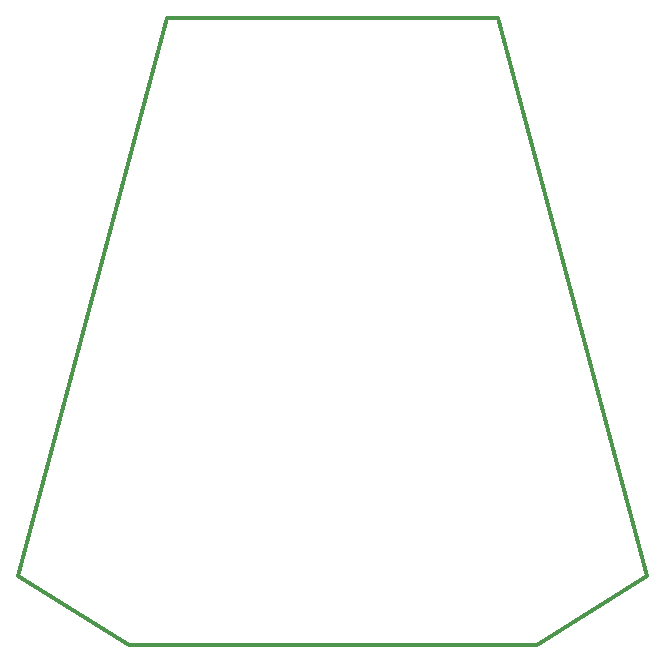
<source format=gbr>
%TF.GenerationSoftware,KiCad,Pcbnew,(6.0.6)*%
%TF.CreationDate,2022-07-10T10:09:25+09:00*%
%TF.ProjectId,nowt_promicro_plate_standard,6e6f7774-5f70-4726-9f6d-6963726f5f70,rev?*%
%TF.SameCoordinates,Original*%
%TF.FileFunction,Legend,Top*%
%TF.FilePolarity,Positive*%
%FSLAX46Y46*%
G04 Gerber Fmt 4.6, Leading zero omitted, Abs format (unit mm)*
G04 Created by KiCad (PCBNEW (6.0.6)) date 2022-07-10 10:09:25*
%MOMM*%
%LPD*%
G01*
G04 APERTURE LIST*
%TA.AperFunction,Profile*%
%ADD10C,0.349999*%
%TD*%
%ADD11C,0.350000*%
%ADD12C,2.300000*%
G04 APERTURE END LIST*
D10*
X43576143Y-16103908D02*
X29584279Y-16103908D01*
X43576143Y-16103908D02*
X43576143Y-16103908D01*
X57568006Y-16103908D02*
X43576143Y-16103908D01*
X57568006Y-16103908D02*
X57568006Y-16103908D01*
X70227388Y-63349361D02*
X57568006Y-16103908D01*
X70227388Y-63349361D02*
X70227388Y-63349361D01*
X60843626Y-69212985D02*
X70227388Y-63349361D01*
X60843626Y-69212985D02*
X60843626Y-69212985D01*
X43576143Y-69212985D02*
X60843626Y-69212985D01*
X43576143Y-69212985D02*
X43576143Y-69212985D01*
X26308660Y-69212985D02*
X43576143Y-69212985D01*
X26308660Y-69212985D02*
X26308660Y-69212985D01*
X16924898Y-63349361D02*
X26308660Y-69212985D01*
X16924898Y-63349361D02*
X16924898Y-63349361D01*
X29584279Y-16103908D02*
X16924898Y-63349361D01*
D11*
X59480000Y-38680000D03*
X65600000Y-61520000D03*
X21540000Y-61550000D03*
X27670000Y-38680000D03*
%LPC*%
D12*
%TO.C,REF\u002A\u002A*%
X59480000Y-38680000D03*
%TD*%
%TO.C,REF\u002A\u002A*%
X65600000Y-61520000D03*
%TD*%
%TO.C,REF\u002A\u002A*%
X21540000Y-61550000D03*
%TD*%
%TO.C,REF\u002A\u002A*%
X27670000Y-38680000D03*
%TD*%
M02*

</source>
